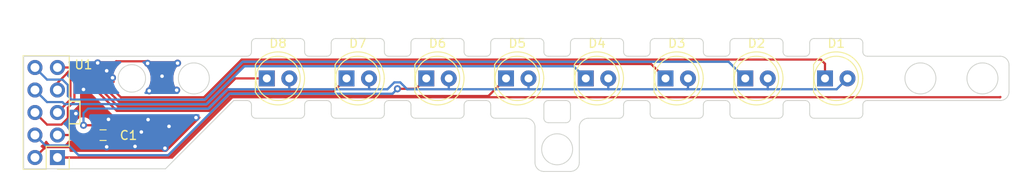
<source format=kicad_pcb>
(kicad_pcb (version 20171130) (host pcbnew "(5.1.6-0-10_14)")

  (general
    (thickness 1.6)
    (drawings 154)
    (tracks 172)
    (zones 0)
    (modules 10)
    (nets 11)
  )

  (page A4)
  (layers
    (0 F.Cu signal)
    (31 B.Cu signal)
    (32 B.Adhes user)
    (33 F.Adhes user)
    (34 B.Paste user)
    (35 F.Paste user)
    (36 B.SilkS user)
    (37 F.SilkS user)
    (38 B.Mask user)
    (39 F.Mask user)
    (40 Dwgs.User user)
    (41 Cmts.User user)
    (42 Eco1.User user)
    (43 Eco2.User user)
    (44 Edge.Cuts user)
    (45 Margin user)
    (46 B.CrtYd user)
    (47 F.CrtYd user)
    (48 B.Fab user)
    (49 F.Fab user)
  )

  (setup
    (last_trace_width 0.25)
    (trace_clearance 0.2)
    (zone_clearance 0.508)
    (zone_45_only no)
    (trace_min 0.2)
    (via_size 0.8)
    (via_drill 0.4)
    (via_min_size 0.4)
    (via_min_drill 0.3)
    (uvia_size 0.3)
    (uvia_drill 0.1)
    (uvias_allowed no)
    (uvia_min_size 0.2)
    (uvia_min_drill 0.1)
    (edge_width 0.1)
    (segment_width 0.2)
    (pcb_text_width 0.3)
    (pcb_text_size 1.5 1.5)
    (mod_edge_width 0.15)
    (mod_text_size 1 1)
    (mod_text_width 0.15)
    (pad_size 1.7 1.7)
    (pad_drill 1)
    (pad_to_mask_clearance 0)
    (aux_axis_origin 0 0)
    (grid_origin 0.5 0.5)
    (visible_elements FFFFFF7F)
    (pcbplotparams
      (layerselection 0x010fc_ffffffff)
      (usegerberextensions true)
      (usegerberattributes false)
      (usegerberadvancedattributes true)
      (creategerberjobfile true)
      (excludeedgelayer true)
      (linewidth 0.100000)
      (plotframeref false)
      (viasonmask false)
      (mode 1)
      (useauxorigin false)
      (hpglpennumber 1)
      (hpglpenspeed 20)
      (hpglpendiameter 15.000000)
      (psnegative false)
      (psa4output false)
      (plotreference true)
      (plotvalue true)
      (plotinvisibletext false)
      (padsonsilk false)
      (subtractmaskfromsilk false)
      (outputformat 1)
      (mirror false)
      (drillshape 0)
      (scaleselection 1)
      (outputdirectory ""))
  )

  (net 0 "")
  (net 1 GND)
  (net 2 VCC)
  (net 3 OUT1)
  (net 4 OUT2)
  (net 5 OUT3)
  (net 6 OUT4)
  (net 7 OUT5)
  (net 8 OUT6)
  (net 9 OUT7)
  (net 10 OUT8)

  (net_class Default "This is the default net class."
    (clearance 0.2)
    (trace_width 0.25)
    (via_dia 0.8)
    (via_drill 0.4)
    (uvia_dia 0.3)
    (uvia_drill 0.1)
    (add_net GND)
    (add_net OUT1)
    (add_net OUT2)
    (add_net OUT3)
    (add_net OUT4)
    (add_net OUT5)
    (add_net OUT6)
    (add_net OUT7)
    (add_net OUT8)
    (add_net VCC)
  )

  (module LEDs:LED_D5.0mm (layer F.Cu) (tedit 5995936A) (tstamp 5EFF066C)
    (at 164.73 113.5)
    (descr "LED, diameter 5.0mm, 2 pins, http://cdn-reichelt.de/documents/datenblatt/A500/LL-504BC2E-009.pdf")
    (tags "LED diameter 5.0mm 2 pins")
    (path /5ECD722C)
    (fp_text reference D1 (at 1.27 -3.96) (layer F.SilkS)
      (effects (font (size 1 1) (thickness 0.15)))
    )
    (fp_text value LED (at 1.27 3.96) (layer F.Fab)
      (effects (font (size 1 1) (thickness 0.15)))
    )
    (fp_line (start 4.5 -3.25) (end -1.95 -3.25) (layer F.CrtYd) (width 0.05))
    (fp_line (start 4.5 3.25) (end 4.5 -3.25) (layer F.CrtYd) (width 0.05))
    (fp_line (start -1.95 3.25) (end 4.5 3.25) (layer F.CrtYd) (width 0.05))
    (fp_line (start -1.95 -3.25) (end -1.95 3.25) (layer F.CrtYd) (width 0.05))
    (fp_line (start -1.29 -1.545) (end -1.29 1.545) (layer F.SilkS) (width 0.12))
    (fp_line (start -1.23 -1.469694) (end -1.23 1.469694) (layer F.Fab) (width 0.1))
    (fp_circle (center 1.27 0) (end 3.77 0) (layer F.SilkS) (width 0.12))
    (fp_circle (center 1.27 0) (end 3.77 0) (layer F.Fab) (width 0.1))
    (fp_arc (start 1.27 0) (end -1.23 -1.469694) (angle 299.1) (layer F.Fab) (width 0.1))
    (fp_arc (start 1.27 0) (end -1.29 -1.54483) (angle 148.9) (layer F.SilkS) (width 0.12))
    (fp_arc (start 1.27 0) (end -1.29 1.54483) (angle -148.9) (layer F.SilkS) (width 0.12))
    (fp_text user %R (at 2.36 -1.44) (layer F.Fab)
      (effects (font (size 0.8 0.8) (thickness 0.2)))
    )
    (pad 1 thru_hole rect (at 0 0) (size 1.8 1.8) (drill 0.9) (layers *.Cu *.Mask)
      (net 3 OUT1))
    (pad 2 thru_hole circle (at 2.54 0) (size 1.8 1.8) (drill 0.9) (layers *.Cu *.Mask)
      (net 2 VCC))
    (model ${KISYS3DMOD}/LEDs.3dshapes/LED_D5.0mm.wrl
      (at (xyz 0 0 0))
      (scale (xyz 0.393701 0.393701 0.393701))
      (rotate (xyz 0 0 0))
    )
    (model :desktop:OVLEW1CB9_OVLGC0C6B9.step.step
      (at (xyz 0 0 0))
      (scale (xyz 1 1 1))
      (rotate (xyz 0 0 0))
    )
  )

  (module LEDs:LED_D5.0mm (layer F.Cu) (tedit 5995936A) (tstamp 5EFF0639)
    (at 155.73 113.5)
    (descr "LED, diameter 5.0mm, 2 pins, http://cdn-reichelt.de/documents/datenblatt/A500/LL-504BC2E-009.pdf")
    (tags "LED diameter 5.0mm 2 pins")
    (path /5ECD7222)
    (fp_text reference D2 (at 1.27 -3.96) (layer F.SilkS)
      (effects (font (size 1 1) (thickness 0.15)))
    )
    (fp_text value LED (at 1.27 3.96) (layer F.Fab)
      (effects (font (size 1 1) (thickness 0.15)))
    )
    (fp_circle (center 1.27 0) (end 3.77 0) (layer F.Fab) (width 0.1))
    (fp_circle (center 1.27 0) (end 3.77 0) (layer F.SilkS) (width 0.12))
    (fp_line (start -1.23 -1.469694) (end -1.23 1.469694) (layer F.Fab) (width 0.1))
    (fp_line (start -1.29 -1.545) (end -1.29 1.545) (layer F.SilkS) (width 0.12))
    (fp_line (start -1.95 -3.25) (end -1.95 3.25) (layer F.CrtYd) (width 0.05))
    (fp_line (start -1.95 3.25) (end 4.5 3.25) (layer F.CrtYd) (width 0.05))
    (fp_line (start 4.5 3.25) (end 4.5 -3.25) (layer F.CrtYd) (width 0.05))
    (fp_line (start 4.5 -3.25) (end -1.95 -3.25) (layer F.CrtYd) (width 0.05))
    (fp_text user %R (at 1.25 0) (layer F.Fab)
      (effects (font (size 0.8 0.8) (thickness 0.2)))
    )
    (fp_arc (start 1.27 0) (end -1.29 1.54483) (angle -148.9) (layer F.SilkS) (width 0.12))
    (fp_arc (start 1.27 0) (end -1.29 -1.54483) (angle 148.9) (layer F.SilkS) (width 0.12))
    (fp_arc (start 1.27 0) (end -1.23 -1.469694) (angle 299.1) (layer F.Fab) (width 0.1))
    (pad 2 thru_hole circle (at 2.54 0) (size 1.8 1.8) (drill 0.9) (layers *.Cu *.Mask)
      (net 2 VCC))
    (pad 1 thru_hole rect (at 0 0) (size 1.8 1.8) (drill 0.9) (layers *.Cu *.Mask)
      (net 4 OUT2))
    (model ${KISYS3DMOD}/LEDs.3dshapes/LED_D5.0mm.wrl
      (at (xyz 0 0 0))
      (scale (xyz 0.393701 0.393701 0.393701))
      (rotate (xyz 0 0 0))
    )
    (model :desktop:OVLEW1CB9_OVLGC0C6B9.step.step
      (at (xyz 0 0 0))
      (scale (xyz 1 1 1))
      (rotate (xyz 0 0 0))
    )
  )

  (module LEDs:LED_D5.0mm (layer F.Cu) (tedit 5995936A) (tstamp 5EFF0606)
    (at 146.73 113.5)
    (descr "LED, diameter 5.0mm, 2 pins, http://cdn-reichelt.de/documents/datenblatt/A500/LL-504BC2E-009.pdf")
    (tags "LED diameter 5.0mm 2 pins")
    (path /5ECD7218)
    (fp_text reference D3 (at 1.27 -3.96) (layer F.SilkS)
      (effects (font (size 1 1) (thickness 0.15)))
    )
    (fp_text value LED (at 1.27 3.96) (layer F.Fab)
      (effects (font (size 1 1) (thickness 0.15)))
    )
    (fp_line (start 4.5 -3.25) (end -1.95 -3.25) (layer F.CrtYd) (width 0.05))
    (fp_line (start 4.5 3.25) (end 4.5 -3.25) (layer F.CrtYd) (width 0.05))
    (fp_line (start -1.95 3.25) (end 4.5 3.25) (layer F.CrtYd) (width 0.05))
    (fp_line (start -1.95 -3.25) (end -1.95 3.25) (layer F.CrtYd) (width 0.05))
    (fp_line (start -1.29 -1.545) (end -1.29 1.545) (layer F.SilkS) (width 0.12))
    (fp_line (start -1.23 -1.469694) (end -1.23 1.469694) (layer F.Fab) (width 0.1))
    (fp_circle (center 1.27 0) (end 3.77 0) (layer F.SilkS) (width 0.12))
    (fp_circle (center 1.27 0) (end 3.77 0) (layer F.Fab) (width 0.1))
    (fp_arc (start 1.27 0) (end -1.23 -1.469694) (angle 299.1) (layer F.Fab) (width 0.1))
    (fp_arc (start 1.27 0) (end -1.29 -1.54483) (angle 148.9) (layer F.SilkS) (width 0.12))
    (fp_arc (start 1.27 0) (end -1.29 1.54483) (angle -148.9) (layer F.SilkS) (width 0.12))
    (fp_text user %R (at 1.25 0) (layer F.Fab)
      (effects (font (size 0.8 0.8) (thickness 0.2)))
    )
    (pad 1 thru_hole rect (at 0 0) (size 1.8 1.8) (drill 0.9) (layers *.Cu *.Mask)
      (net 5 OUT3))
    (pad 2 thru_hole circle (at 2.54 0) (size 1.8 1.8) (drill 0.9) (layers *.Cu *.Mask)
      (net 2 VCC))
    (model ${KISYS3DMOD}/LEDs.3dshapes/LED_D5.0mm.wrl
      (at (xyz 0 0 0))
      (scale (xyz 0.3937 0.3937 0.3937))
      (rotate (xyz 0 0 0))
    )
    (model :desktop:OVLEW1CB9_OVLGC0C6B9.step.step
      (at (xyz 0 0 0))
      (scale (xyz 1 1 1))
      (rotate (xyz 0 0 0))
    )
  )

  (module LEDs:LED_D5.0mm (layer F.Cu) (tedit 5995936A) (tstamp 5EFF05D3)
    (at 137.73 113.5)
    (descr "LED, diameter 5.0mm, 2 pins, http://cdn-reichelt.de/documents/datenblatt/A500/LL-504BC2E-009.pdf")
    (tags "LED diameter 5.0mm 2 pins")
    (path /5ECD720E)
    (fp_text reference D4 (at 1.27 -3.96) (layer F.SilkS)
      (effects (font (size 1 1) (thickness 0.15)))
    )
    (fp_text value LED (at 1.27 3.96) (layer F.Fab)
      (effects (font (size 1 1) (thickness 0.15)))
    )
    (fp_circle (center 1.27 0) (end 3.77 0) (layer F.Fab) (width 0.1))
    (fp_circle (center 1.27 0) (end 3.77 0) (layer F.SilkS) (width 0.12))
    (fp_line (start -1.23 -1.469694) (end -1.23 1.469694) (layer F.Fab) (width 0.1))
    (fp_line (start -1.29 -1.545) (end -1.29 1.545) (layer F.SilkS) (width 0.12))
    (fp_line (start -1.95 -3.25) (end -1.95 3.25) (layer F.CrtYd) (width 0.05))
    (fp_line (start -1.95 3.25) (end 4.5 3.25) (layer F.CrtYd) (width 0.05))
    (fp_line (start 4.5 3.25) (end 4.5 -3.25) (layer F.CrtYd) (width 0.05))
    (fp_line (start 4.5 -3.25) (end -1.95 -3.25) (layer F.CrtYd) (width 0.05))
    (fp_text user %R (at 1.25 0) (layer F.Fab)
      (effects (font (size 0.8 0.8) (thickness 0.2)))
    )
    (fp_arc (start 1.27 0) (end -1.29 1.54483) (angle -148.9) (layer F.SilkS) (width 0.12))
    (fp_arc (start 1.27 0) (end -1.29 -1.54483) (angle 148.9) (layer F.SilkS) (width 0.12))
    (fp_arc (start 1.27 0) (end -1.23 -1.469694) (angle 299.1) (layer F.Fab) (width 0.1))
    (pad 2 thru_hole circle (at 2.54 0) (size 1.8 1.8) (drill 0.9) (layers *.Cu *.Mask)
      (net 2 VCC))
    (pad 1 thru_hole rect (at 0 0) (size 1.8 1.8) (drill 0.9) (layers *.Cu *.Mask)
      (net 6 OUT4))
    (model ${KISYS3DMOD}/LEDs.3dshapes/LED_D5.0mm.wrl
      (at (xyz 0 0 0))
      (scale (xyz 0.393701 0.393701 0.393701))
      (rotate (xyz 0 0 0))
    )
    (model :desktop:OVLEW1CB9_OVLGC0C6B9.step.step
      (at (xyz 0 0 0))
      (scale (xyz 1 1 1))
      (rotate (xyz 0 0 0))
    )
  )

  (module LEDs:LED_D5.0mm (layer F.Cu) (tedit 5995936A) (tstamp 5EFFA656)
    (at 128.73 113.5)
    (descr "LED, diameter 5.0mm, 2 pins, http://cdn-reichelt.de/documents/datenblatt/A500/LL-504BC2E-009.pdf")
    (tags "LED diameter 5.0mm 2 pins")
    (path /5ECD30CB)
    (fp_text reference D5 (at 1.27 -3.96) (layer F.SilkS)
      (effects (font (size 1 1) (thickness 0.15)))
    )
    (fp_text value LED (at 1.27 3.96) (layer F.Fab)
      (effects (font (size 1 1) (thickness 0.15)))
    )
    (fp_line (start 4.5 -3.25) (end -1.95 -3.25) (layer F.CrtYd) (width 0.05))
    (fp_line (start 4.5 3.25) (end 4.5 -3.25) (layer F.CrtYd) (width 0.05))
    (fp_line (start -1.95 3.25) (end 4.5 3.25) (layer F.CrtYd) (width 0.05))
    (fp_line (start -1.95 -3.25) (end -1.95 3.25) (layer F.CrtYd) (width 0.05))
    (fp_line (start -1.29 -1.545) (end -1.29 1.545) (layer F.SilkS) (width 0.12))
    (fp_line (start -1.23 -1.469694) (end -1.23 1.469694) (layer F.Fab) (width 0.1))
    (fp_circle (center 1.27 0) (end 3.77 0) (layer F.SilkS) (width 0.12))
    (fp_circle (center 1.27 0) (end 3.77 0) (layer F.Fab) (width 0.1))
    (fp_arc (start 1.27 0) (end -1.23 -1.469694) (angle 299.1) (layer F.Fab) (width 0.1))
    (fp_arc (start 1.27 0) (end -1.29 -1.54483) (angle 148.9) (layer F.SilkS) (width 0.12))
    (fp_arc (start 1.27 0) (end -1.29 1.54483) (angle -148.9) (layer F.SilkS) (width 0.12))
    (fp_text user %R (at 1.25 0) (layer F.Fab)
      (effects (font (size 0.8 0.8) (thickness 0.2)))
    )
    (pad 1 thru_hole rect (at 0 0) (size 1.8 1.8) (drill 0.9) (layers *.Cu *.Mask)
      (net 7 OUT5))
    (pad 2 thru_hole circle (at 2.54 0) (size 1.8 1.8) (drill 0.9) (layers *.Cu *.Mask)
      (net 2 VCC))
    (model ${KISYS3DMOD}/LEDs.3dshapes/LED_D5.0mm.wrl
      (at (xyz 0 0 0))
      (scale (xyz 0.393701 0.393701 0.393701))
      (rotate (xyz 0 0 0))
    )
    (model :desktop:OVLEW1CB9_OVLGC0C6B9.step.step
      (at (xyz 0 0 0))
      (scale (xyz 1 1 1))
      (rotate (xyz 0 0 0))
    )
  )

  (module LEDs:LED_D5.0mm (layer F.Cu) (tedit 5995936A) (tstamp 5EFFA623)
    (at 119.73 113.5)
    (descr "LED, diameter 5.0mm, 2 pins, http://cdn-reichelt.de/documents/datenblatt/A500/LL-504BC2E-009.pdf")
    (tags "LED diameter 5.0mm 2 pins")
    (path /5ECD2AA7)
    (fp_text reference D6 (at 1.27 -3.96) (layer F.SilkS)
      (effects (font (size 1 1) (thickness 0.15)))
    )
    (fp_text value LED (at 1.27 3.96) (layer F.Fab)
      (effects (font (size 1 1) (thickness 0.15)))
    )
    (fp_circle (center 1.27 0) (end 3.77 0) (layer F.Fab) (width 0.1))
    (fp_circle (center 1.27 0) (end 3.77 0) (layer F.SilkS) (width 0.12))
    (fp_line (start -1.23 -1.469694) (end -1.23 1.469694) (layer F.Fab) (width 0.1))
    (fp_line (start -1.29 -1.545) (end -1.29 1.545) (layer F.SilkS) (width 0.12))
    (fp_line (start -1.95 -3.25) (end -1.95 3.25) (layer F.CrtYd) (width 0.05))
    (fp_line (start -1.95 3.25) (end 4.5 3.25) (layer F.CrtYd) (width 0.05))
    (fp_line (start 4.5 3.25) (end 4.5 -3.25) (layer F.CrtYd) (width 0.05))
    (fp_line (start 4.5 -3.25) (end -1.95 -3.25) (layer F.CrtYd) (width 0.05))
    (fp_text user %R (at 1.25 0) (layer F.Fab)
      (effects (font (size 0.8 0.8) (thickness 0.2)))
    )
    (fp_arc (start 1.27 0) (end -1.29 1.54483) (angle -148.9) (layer F.SilkS) (width 0.12))
    (fp_arc (start 1.27 0) (end -1.29 -1.54483) (angle 148.9) (layer F.SilkS) (width 0.12))
    (fp_arc (start 1.27 0) (end -1.23 -1.469694) (angle 299.1) (layer F.Fab) (width 0.1))
    (pad 2 thru_hole circle (at 2.54 0) (size 1.8 1.8) (drill 0.9) (layers *.Cu *.Mask)
      (net 2 VCC))
    (pad 1 thru_hole rect (at 0 0) (size 1.8 1.8) (drill 0.9) (layers *.Cu *.Mask)
      (net 8 OUT6))
    (model ${KISYS3DMOD}/LEDs.3dshapes/LED_D5.0mm.wrl
      (at (xyz 0 0 0))
      (scale (xyz 0.393701 0.393701 0.393701))
      (rotate (xyz 0 0 0))
    )
    (model :desktop:OVLEW1CB9_OVLGC0C6B9.step.step
      (at (xyz 0 0 0))
      (scale (xyz 1 1 1))
      (rotate (xyz 0 0 0))
    )
  )

  (module LEDs:LED_D5.0mm (layer F.Cu) (tedit 5995936A) (tstamp 5EFFA5F0)
    (at 110.73 113.5)
    (descr "LED, diameter 5.0mm, 2 pins, http://cdn-reichelt.de/documents/datenblatt/A500/LL-504BC2E-009.pdf")
    (tags "LED diameter 5.0mm 2 pins")
    (path /5ECD240F)
    (fp_text reference D7 (at 1.27 -3.96) (layer F.SilkS)
      (effects (font (size 1 1) (thickness 0.15)))
    )
    (fp_text value LED (at 1.27 3.96) (layer F.Fab)
      (effects (font (size 1 1) (thickness 0.15)))
    )
    (fp_line (start 4.5 -3.25) (end -1.95 -3.25) (layer F.CrtYd) (width 0.05))
    (fp_line (start 4.5 3.25) (end 4.5 -3.25) (layer F.CrtYd) (width 0.05))
    (fp_line (start -1.95 3.25) (end 4.5 3.25) (layer F.CrtYd) (width 0.05))
    (fp_line (start -1.95 -3.25) (end -1.95 3.25) (layer F.CrtYd) (width 0.05))
    (fp_line (start -1.29 -1.545) (end -1.29 1.545) (layer F.SilkS) (width 0.12))
    (fp_line (start -1.23 -1.469694) (end -1.23 1.469694) (layer F.Fab) (width 0.1))
    (fp_circle (center 1.27 0) (end 3.77 0) (layer F.SilkS) (width 0.12))
    (fp_circle (center 1.27 0) (end 3.77 0) (layer F.Fab) (width 0.1))
    (fp_arc (start 1.27 0) (end -1.23 -1.469694) (angle 299.1) (layer F.Fab) (width 0.1))
    (fp_arc (start 1.27 0) (end -1.29 -1.54483) (angle 148.9) (layer F.SilkS) (width 0.12))
    (fp_arc (start 1.27 0) (end -1.29 1.54483) (angle -148.9) (layer F.SilkS) (width 0.12))
    (fp_text user %R (at 1.25 0) (layer F.Fab)
      (effects (font (size 0.8 0.8) (thickness 0.2)))
    )
    (pad 1 thru_hole rect (at 0 0) (size 1.8 1.8) (drill 0.9) (layers *.Cu *.Mask)
      (net 9 OUT7))
    (pad 2 thru_hole circle (at 2.54 0) (size 1.8 1.8) (drill 0.9) (layers *.Cu *.Mask)
      (net 2 VCC))
    (model ${KISYS3DMOD}/LEDs.3dshapes/LED_D5.0mm.wrl
      (at (xyz 0 0 0))
      (scale (xyz 0.3937 0.3937 0.3937))
      (rotate (xyz 0 0 0))
    )
    (model :desktop:OVLEW1CB9_OVLGC0C6B9.step.step
      (at (xyz 0 0 0))
      (scale (xyz 1 1 1))
      (rotate (xyz 0 0 0))
    )
  )

  (module LEDs:LED_D5.0mm (layer F.Cu) (tedit 5995936A) (tstamp 5EFFA5BD)
    (at 101.73 113.5)
    (descr "LED, diameter 5.0mm, 2 pins, http://cdn-reichelt.de/documents/datenblatt/A500/LL-504BC2E-009.pdf")
    (tags "LED diameter 5.0mm 2 pins")
    (path /5ECD166D)
    (fp_text reference D8 (at 1.27 -3.96) (layer F.SilkS)
      (effects (font (size 1 1) (thickness 0.15)))
    )
    (fp_text value LED (at 1.27 3.96) (layer F.Fab)
      (effects (font (size 1 1) (thickness 0.15)))
    )
    (fp_circle (center 1.27 0) (end 3.77 0) (layer F.Fab) (width 0.1))
    (fp_circle (center 1.27 0) (end 3.77 0) (layer F.SilkS) (width 0.12))
    (fp_line (start -1.23 -1.469694) (end -1.23 1.469694) (layer F.Fab) (width 0.1))
    (fp_line (start -1.29 -1.545) (end -1.29 1.545) (layer F.SilkS) (width 0.12))
    (fp_line (start -1.95 -3.25) (end -1.95 3.25) (layer F.CrtYd) (width 0.05))
    (fp_line (start -1.95 3.25) (end 4.5 3.25) (layer F.CrtYd) (width 0.05))
    (fp_line (start 4.5 3.25) (end 4.5 -3.25) (layer F.CrtYd) (width 0.05))
    (fp_line (start 4.5 -3.25) (end -1.95 -3.25) (layer F.CrtYd) (width 0.05))
    (fp_text user %R (at 1.25 0) (layer F.Fab)
      (effects (font (size 0.8 0.8) (thickness 0.2)))
    )
    (fp_arc (start 1.27 0) (end -1.29 1.54483) (angle -148.9) (layer F.SilkS) (width 0.12))
    (fp_arc (start 1.27 0) (end -1.29 -1.54483) (angle 148.9) (layer F.SilkS) (width 0.12))
    (fp_arc (start 1.27 0) (end -1.23 -1.469694) (angle 299.1) (layer F.Fab) (width 0.1))
    (pad 2 thru_hole circle (at 2.54 0) (size 1.8 1.8) (drill 0.9) (layers *.Cu *.Mask)
      (net 2 VCC))
    (pad 1 thru_hole rect (at 0 0) (size 1.8 1.8) (drill 0.9) (layers *.Cu *.Mask)
      (net 10 OUT8))
    (model ${KISYS3DMOD}/LEDs.3dshapes/LED_D5.0mm.wrl
      (at (xyz 0 0 0))
      (scale (xyz 0.393701 0.393701 0.393701))
      (rotate (xyz 0 0 0))
    )
    (model :desktop:OVLEW1CB9_OVLGC0C6B9.step.step
      (at (xyz 0 0 0))
      (scale (xyz 1 1 1))
      (rotate (xyz 0 0 0))
    )
  )

  (module Capacitors_SMD:C_0603_HandSoldering (layer F.Cu) (tedit 58AA848B) (tstamp 5EFFD67E)
    (at 83.2532 119.9054)
    (descr "Capacitor SMD 0603, hand soldering")
    (tags "capacitor 0603")
    (path /5ED07E21)
    (attr smd)
    (fp_text reference C1 (at 2.8702 0.0254) (layer F.SilkS)
      (effects (font (size 1 1) (thickness 0.15)))
    )
    (fp_text value C (at 0 1.5) (layer F.Fab)
      (effects (font (size 1 1) (thickness 0.15)))
    )
    (fp_line (start 1.8 0.65) (end -1.8 0.65) (layer F.CrtYd) (width 0.05))
    (fp_line (start 1.8 0.65) (end 1.8 -0.65) (layer F.CrtYd) (width 0.05))
    (fp_line (start -1.8 -0.65) (end -1.8 0.65) (layer F.CrtYd) (width 0.05))
    (fp_line (start -1.8 -0.65) (end 1.8 -0.65) (layer F.CrtYd) (width 0.05))
    (fp_line (start 0.35 0.6) (end -0.35 0.6) (layer F.SilkS) (width 0.12))
    (fp_line (start -0.35 -0.6) (end 0.35 -0.6) (layer F.SilkS) (width 0.12))
    (fp_line (start -0.8 -0.4) (end 0.8 -0.4) (layer F.Fab) (width 0.1))
    (fp_line (start 0.8 -0.4) (end 0.8 0.4) (layer F.Fab) (width 0.1))
    (fp_line (start 0.8 0.4) (end -0.8 0.4) (layer F.Fab) (width 0.1))
    (fp_line (start -0.8 0.4) (end -0.8 -0.4) (layer F.Fab) (width 0.1))
    (fp_text user %R (at 0 -1.25) (layer F.Fab)
      (effects (font (size 1 1) (thickness 0.15)))
    )
    (pad 1 smd rect (at -0.95 0) (size 1.2 0.75) (layers F.Cu F.Paste F.Mask)
      (net 2 VCC))
    (pad 2 smd rect (at 0.95 0) (size 1.2 0.75) (layers F.Cu F.Paste F.Mask)
      (net 1 GND))
    (model Capacitors_SMD.3dshapes/C_0603.wrl
      (at (xyz 0 0 0))
      (scale (xyz 1 1 1))
      (rotate (xyz 0 0 0))
    )
    (model ${KISYS3DMOD}/Capacitor_SMD.3dshapes/C_0603_1608Metric.step
      (at (xyz 0 0 0))
      (scale (xyz 1 1 1))
      (rotate (xyz 0 0 0))
    )
  )

  (module Pin_Headers:Pin_Header_Straight_2x05_Pitch2.54mm (layer F.Cu) (tedit 5F1FD418) (tstamp 5F1FB8CC)
    (at 78.104401 122.43 180)
    (descr "Through hole straight pin header, 2x05, 2.54mm pitch, double rows")
    (tags "Through hole pin header THT 2x05 2.54mm double row")
    (path /5F22415F)
    (fp_text reference U1 (at -2.938999 10.4748) (layer F.SilkS)
      (effects (font (size 1 1) (thickness 0.15)))
    )
    (fp_text value Conn_02x05 (at 1.27 12.49) (layer F.Fab)
      (effects (font (size 1 1) (thickness 0.15)))
    )
    (fp_line (start 0 -1.27) (end 3.81 -1.27) (layer F.Fab) (width 0.1))
    (fp_line (start 3.81 -1.27) (end 3.81 11.43) (layer F.Fab) (width 0.1))
    (fp_line (start 3.81 11.43) (end -1.27 11.43) (layer F.Fab) (width 0.1))
    (fp_line (start -1.27 11.43) (end -1.27 0) (layer F.Fab) (width 0.1))
    (fp_line (start -1.27 0) (end 0 -1.27) (layer F.Fab) (width 0.1))
    (fp_line (start -1.33 11.49) (end 3.87 11.49) (layer F.SilkS) (width 0.12))
    (fp_line (start -1.33 1.27) (end -1.33 11.49) (layer F.SilkS) (width 0.12))
    (fp_line (start 3.87 -1.33) (end 3.87 11.49) (layer F.SilkS) (width 0.12))
    (fp_line (start -1.33 1.27) (end 1.27 1.27) (layer F.SilkS) (width 0.12))
    (fp_line (start 1.27 1.27) (end 1.27 -1.33) (layer F.SilkS) (width 0.12))
    (fp_line (start 1.27 -1.33) (end 3.87 -1.33) (layer F.SilkS) (width 0.12))
    (fp_line (start -1.33 0) (end -1.33 -1.33) (layer F.SilkS) (width 0.12))
    (fp_line (start -1.33 -1.33) (end 0 -1.33) (layer F.SilkS) (width 0.12))
    (fp_line (start -1.8 -1.8) (end -1.8 11.95) (layer F.CrtYd) (width 0.05))
    (fp_line (start -1.8 11.95) (end 4.35 11.95) (layer F.CrtYd) (width 0.05))
    (fp_line (start 4.35 11.95) (end 4.35 -1.8) (layer F.CrtYd) (width 0.05))
    (fp_line (start 4.35 -1.8) (end -1.8 -1.8) (layer F.CrtYd) (width 0.05))
    (fp_text user %R (at 1.27 5.08 90) (layer F.Fab)
      (effects (font (size 1 1) (thickness 0.15)))
    )
    (pad 10 thru_hole oval (at 2.54 10.16 180) (size 1.7 1.7) (drill 1) (layers *.Cu *.Mask)
      (net 4 OUT2))
    (pad 9 thru_hole oval (at 0 10.16 180) (size 1.7 1.7) (drill 1) (layers *.Cu *.Mask)
      (net 3 OUT1))
    (pad 8 thru_hole oval (at 2.54 7.62 180) (size 1.7 1.7) (drill 1) (layers *.Cu *.Mask)
      (net 6 OUT4))
    (pad 7 thru_hole oval (at 0 7.62 180) (size 1.7 1.7) (drill 1) (layers *.Cu *.Mask)
      (net 5 OUT3))
    (pad 6 thru_hole oval (at 2.54 5.08 180) (size 1.7 1.7) (drill 1) (layers *.Cu *.Mask)
      (net 9 OUT7))
    (pad 5 thru_hole oval (at 0 5.08 180) (size 1.7 1.7) (drill 1) (layers *.Cu *.Mask)
      (net 10 OUT8))
    (pad 4 thru_hole oval (at 2.54 2.54 180) (size 1.7 1.7) (drill 1) (layers *.Cu *.Mask)
      (net 8 OUT6))
    (pad 3 thru_hole oval (at 0 2.54 180) (size 1.7 1.7) (drill 1) (layers *.Cu *.Mask)
      (net 2 VCC))
    (pad 2 thru_hole oval (at 2.54 0 180) (size 1.7 1.7) (drill 1) (layers *.Cu *.Mask)
      (net 1 GND))
    (pad 1 thru_hole rect (at 0 0 180) (size 1.7 1.7) (drill 1) (layers *.Cu *.Mask)
      (net 7 OUT5))
    (model ${KISYS3DMOD}/Pin_Headers.3dshapes/Pin_Header_Straight_2x05_Pitch2.54mm.wrl
      (at (xyz 0 0 0))
      (scale (xyz 1 1 1))
      (rotate (xyz 0 0 0))
    )
    (model ":desktop:aitendo-MIL-2x5-cable-edge v1.step"
      (at (xyz 0 0 0))
      (scale (xyz 1 1 1))
      (rotate (xyz 0 0 0))
    )
  )

  (gr_text 111.3x15mm (at 77.5 105.5) (layer Dwgs.User)
    (effects (font (size 1 1) (thickness 0.15)))
  )
  (gr_line (start 133.5 118.5) (end 135.5 118.5) (layer Edge.Cuts) (width 0.1) (tstamp 5F27A9DA))
  (gr_arc (start 131 119) (end 132 119) (angle -90) (layer Edge.Cuts) (width 0.1))
  (gr_arc (start 138 119) (end 138 118) (angle -90) (layer Edge.Cuts) (width 0.1))
  (gr_line (start 135.5 116) (end 133.5 116) (layer Edge.Cuts) (width 0.1) (tstamp 5F27A9C5))
  (gr_line (start 144.5 116) (end 142.5 116) (layer Edge.Cuts) (width 0.1) (tstamp 5F27A9C4))
  (gr_line (start 153.5 116) (end 151.5 116) (layer Edge.Cuts) (width 0.1) (tstamp 5F27A9C3))
  (gr_line (start 162.5 116) (end 160.5 116) (layer Edge.Cuts) (width 0.1) (tstamp 5F27A9C2))
  (gr_line (start 184.5 111) (end 169.5 111) (layer Edge.Cuts) (width 0.1) (tstamp 5F27A9BE))
  (gr_line (start 160.5 111) (end 162.5 111) (layer Edge.Cuts) (width 0.1) (tstamp 5F27A9BD))
  (gr_line (start 151.5 111) (end 153.5 111) (layer Edge.Cuts) (width 0.1) (tstamp 5F27A9BC))
  (gr_line (start 142.5 111) (end 144.5 111) (layer Edge.Cuts) (width 0.1) (tstamp 5F27A9BB))
  (gr_line (start 133.5 111) (end 135.5 111) (layer Edge.Cuts) (width 0.1) (tstamp 5F27A9BA))
  (gr_line (start 124.5 111) (end 126.5 111) (layer Edge.Cuts) (width 0.1) (tstamp 5F27A9B9))
  (gr_line (start 115.5 111) (end 117.5 111) (layer Edge.Cuts) (width 0.1) (tstamp 5F27A9B8))
  (gr_line (start 106.5 111) (end 108.5 111) (layer Edge.Cuts) (width 0.1) (tstamp 5F27A9B7))
  (gr_line (start 124.5 116) (end 126.5 116) (layer Edge.Cuts) (width 0.1) (tstamp 5F27A9B6))
  (gr_line (start 115.5 116) (end 117.5 116) (layer Edge.Cuts) (width 0.1) (tstamp 5F27A9B5))
  (gr_line (start 106.5 116) (end 108.5 116) (layer Edge.Cuts) (width 0.1) (tstamp 5F27A9B4))
  (gr_arc (start 163.5 117.5) (end 163 117.5) (angle -90) (layer Edge.Cuts) (width 0.1) (tstamp 5F27A9A6))
  (gr_arc (start 162.5 116.5) (end 163 116.5) (angle -90) (layer Edge.Cuts) (width 0.1) (tstamp 5F27A9A5))
  (gr_line (start 163 116.5) (end 163 117.5) (layer Edge.Cuts) (width 0.1) (tstamp 5F27A9A4))
  (gr_line (start 168.5 118) (end 163.5 118) (layer Edge.Cuts) (width 0.1) (tstamp 5F27A9A3))
  (gr_line (start 169 117.5) (end 169 116.5) (layer Edge.Cuts) (width 0.1) (tstamp 5F27A9A2))
  (gr_arc (start 168.5 117.5) (end 168.5 118) (angle -90) (layer Edge.Cuts) (width 0.1) (tstamp 5F27A9A1))
  (gr_arc (start 169.5 116.5) (end 169.5 116) (angle -90) (layer Edge.Cuts) (width 0.1) (tstamp 5F27A9A0))
  (gr_line (start 154 116.5) (end 154 117.5) (layer Edge.Cuts) (width 0.1) (tstamp 5F27A998))
  (gr_arc (start 153.5 116.5) (end 154 116.5) (angle -90) (layer Edge.Cuts) (width 0.1) (tstamp 5F27A997))
  (gr_arc (start 159.5 117.5) (end 159.5 118) (angle -90) (layer Edge.Cuts) (width 0.1) (tstamp 5F27A996))
  (gr_arc (start 160.5 116.5) (end 160.5 116) (angle -90) (layer Edge.Cuts) (width 0.1) (tstamp 5F27A995))
  (gr_line (start 160 117.5) (end 160 116.5) (layer Edge.Cuts) (width 0.1) (tstamp 5F27A994))
  (gr_arc (start 154.5 117.5) (end 154 117.5) (angle -90) (layer Edge.Cuts) (width 0.1) (tstamp 5F27A993))
  (gr_line (start 159.5 118) (end 154.5 118) (layer Edge.Cuts) (width 0.1) (tstamp 5F27A992))
  (gr_line (start 150.5 118) (end 145.5 118) (layer Edge.Cuts) (width 0.1) (tstamp 5F27A98A))
  (gr_line (start 145 116.5) (end 145 117.5) (layer Edge.Cuts) (width 0.1) (tstamp 5F27A989))
  (gr_arc (start 150.5 117.5) (end 150.5 118) (angle -90) (layer Edge.Cuts) (width 0.1) (tstamp 5F27A988))
  (gr_arc (start 151.5 116.5) (end 151.5 116) (angle -90) (layer Edge.Cuts) (width 0.1) (tstamp 5F27A987))
  (gr_arc (start 144.5 116.5) (end 145 116.5) (angle -90) (layer Edge.Cuts) (width 0.1) (tstamp 5F27A986))
  (gr_line (start 151 117.5) (end 151 116.5) (layer Edge.Cuts) (width 0.1) (tstamp 5F27A985))
  (gr_arc (start 145.5 117.5) (end 145 117.5) (angle -90) (layer Edge.Cuts) (width 0.1) (tstamp 5F27A984))
  (gr_line (start 142 117.5) (end 142 116.5) (layer Edge.Cuts) (width 0.1) (tstamp 5F27A97C))
  (gr_arc (start 142.5 116.5) (end 142.5 116) (angle -90) (layer Edge.Cuts) (width 0.1) (tstamp 5F27A97B))
  (gr_arc (start 135.5 116.5) (end 136 116.5) (angle -90) (layer Edge.Cuts) (width 0.1) (tstamp 5F27A97A))
  (gr_line (start 136 116.5) (end 136 118) (layer Edge.Cuts) (width 0.1) (tstamp 5F27A979))
  (gr_arc (start 141.5 117.5) (end 141.5 118) (angle -90) (layer Edge.Cuts) (width 0.1) (tstamp 5F27A978))
  (gr_arc (start 133.5 118) (end 133 118) (angle -90) (layer Edge.Cuts) (width 0.1) (tstamp 5F27A977))
  (gr_line (start 141.5 118) (end 138 118) (layer Edge.Cuts) (width 0.1) (tstamp 5F27A976))
  (gr_line (start 133 118) (end 133 116.5) (layer Edge.Cuts) (width 0.1) (tstamp 5F27A96E))
  (gr_line (start 131 118) (end 127.5 118) (layer Edge.Cuts) (width 0.1) (tstamp 5F27A96D))
  (gr_arc (start 135.5 118) (end 135.5 118.5) (angle -90) (layer Edge.Cuts) (width 0.1) (tstamp 5F27A96C))
  (gr_arc (start 127.5 117.5) (end 127 117.5) (angle -90) (layer Edge.Cuts) (width 0.1) (tstamp 5F27A96B))
  (gr_arc (start 126.5 116.5) (end 127 116.5) (angle -90) (layer Edge.Cuts) (width 0.1) (tstamp 5F27A96A))
  (gr_line (start 127 116.5) (end 127 117.5) (layer Edge.Cuts) (width 0.1) (tstamp 5F27A969))
  (gr_arc (start 133.5 116.5) (end 133.5 116) (angle -90) (layer Edge.Cuts) (width 0.1) (tstamp 5F27A968))
  (gr_arc (start 117.5 116.5) (end 118 116.5) (angle -90) (layer Edge.Cuts) (width 0.1) (tstamp 5F27A960))
  (gr_arc (start 123.5 117.5) (end 123.5 118) (angle -90) (layer Edge.Cuts) (width 0.1) (tstamp 5F27A95F))
  (gr_line (start 118 116.5) (end 118 117.5) (layer Edge.Cuts) (width 0.1) (tstamp 5F27A95E))
  (gr_line (start 123.5 118) (end 118.5 118) (layer Edge.Cuts) (width 0.1) (tstamp 5F27A95D))
  (gr_arc (start 124.5 116.5) (end 124.5 116) (angle -90) (layer Edge.Cuts) (width 0.1) (tstamp 5F27A95C))
  (gr_arc (start 118.5 117.5) (end 118 117.5) (angle -90) (layer Edge.Cuts) (width 0.1) (tstamp 5F27A95B))
  (gr_line (start 124 117.5) (end 124 116.5) (layer Edge.Cuts) (width 0.1) (tstamp 5F27A95A))
  (gr_line (start 109 116.5) (end 109 117.5) (layer Edge.Cuts) (width 0.1) (tstamp 5F27A952))
  (gr_arc (start 108.5 116.5) (end 109 116.5) (angle -90) (layer Edge.Cuts) (width 0.1) (tstamp 5F27A951))
  (gr_line (start 114.5 118) (end 109.5 118) (layer Edge.Cuts) (width 0.1) (tstamp 5F27A950))
  (gr_arc (start 115.5 116.5) (end 115.5 116) (angle -90) (layer Edge.Cuts) (width 0.1) (tstamp 5F27A94F))
  (gr_arc (start 109.5 117.5) (end 109 117.5) (angle -90) (layer Edge.Cuts) (width 0.1) (tstamp 5F27A94E))
  (gr_arc (start 114.5 117.5) (end 114.5 118) (angle -90) (layer Edge.Cuts) (width 0.1) (tstamp 5F27A94D))
  (gr_line (start 115 117.5) (end 115 116.5) (layer Edge.Cuts) (width 0.1) (tstamp 5F27A94C))
  (gr_line (start 100 116.5) (end 100 117.5) (layer Edge.Cuts) (width 0.1) (tstamp 5F27A936))
  (gr_line (start 106 117.5) (end 106 116.5) (layer Edge.Cuts) (width 0.1) (tstamp 5F27A935))
  (gr_arc (start 99.5 116.5) (end 100 116.5) (angle -90) (layer Edge.Cuts) (width 0.1) (tstamp 5F27A934))
  (gr_arc (start 106.5 116.5) (end 106.5 116) (angle -90) (layer Edge.Cuts) (width 0.1) (tstamp 5F27A933))
  (gr_line (start 105.5 118) (end 100.5 118) (layer Edge.Cuts) (width 0.1) (tstamp 5F27A932))
  (gr_arc (start 105.5 117.5) (end 105.5 118) (angle -90) (layer Edge.Cuts) (width 0.1) (tstamp 5F27A931))
  (gr_arc (start 100.5 117.5) (end 100 117.5) (angle -90) (layer Edge.Cuts) (width 0.1) (tstamp 5F27A930))
  (gr_line (start 163.5 109) (end 168.5 109) (layer Edge.Cuts) (width 0.1) (tstamp 5F27A928))
  (gr_arc (start 163.5 109.5) (end 163.5 109) (angle -90) (layer Edge.Cuts) (width 0.1) (tstamp 5F27A927))
  (gr_arc (start 168.5 109.5) (end 169 109.5) (angle -90) (layer Edge.Cuts) (width 0.1) (tstamp 5F27A926))
  (gr_arc (start 162.5 110.5) (end 162.5 111) (angle -90) (layer Edge.Cuts) (width 0.1) (tstamp 5F27A925))
  (gr_arc (start 169.5 110.5) (end 169 110.5) (angle -90) (layer Edge.Cuts) (width 0.1) (tstamp 5F27A924))
  (gr_line (start 169 110.5) (end 169 109.5) (layer Edge.Cuts) (width 0.1) (tstamp 5F27A923))
  (gr_line (start 163 109.5) (end 163 110.5) (layer Edge.Cuts) (width 0.1) (tstamp 5F27A922))
  (gr_arc (start 154.5 109.5) (end 154.5 109) (angle -90) (layer Edge.Cuts) (width 0.1) (tstamp 5F27A91A))
  (gr_line (start 154.5 109) (end 159.5 109) (layer Edge.Cuts) (width 0.1) (tstamp 5F27A919))
  (gr_arc (start 160.5 110.5) (end 160 110.5) (angle -90) (layer Edge.Cuts) (width 0.1) (tstamp 5F27A918))
  (gr_arc (start 159.5 109.5) (end 160 109.5) (angle -90) (layer Edge.Cuts) (width 0.1) (tstamp 5F27A917))
  (gr_arc (start 153.5 110.5) (end 153.5 111) (angle -90) (layer Edge.Cuts) (width 0.1) (tstamp 5F27A916))
  (gr_line (start 160 110.5) (end 160 109.5) (layer Edge.Cuts) (width 0.1) (tstamp 5F27A915))
  (gr_line (start 154 109.5) (end 154 110.5) (layer Edge.Cuts) (width 0.1) (tstamp 5F27A914))
  (gr_line (start 151 110.5) (end 151 109.5) (layer Edge.Cuts) (width 0.1) (tstamp 5F27A90C))
  (gr_line (start 145.5 109) (end 150.5 109) (layer Edge.Cuts) (width 0.1) (tstamp 5F27A90B))
  (gr_arc (start 145.5 109.5) (end 145.5 109) (angle -90) (layer Edge.Cuts) (width 0.1) (tstamp 5F27A90A))
  (gr_line (start 145 109.5) (end 145 110.5) (layer Edge.Cuts) (width 0.1) (tstamp 5F27A909))
  (gr_arc (start 151.5 110.5) (end 151 110.5) (angle -90) (layer Edge.Cuts) (width 0.1) (tstamp 5F27A908))
  (gr_arc (start 144.5 110.5) (end 144.5 111) (angle -90) (layer Edge.Cuts) (width 0.1) (tstamp 5F27A907))
  (gr_arc (start 150.5 109.5) (end 151 109.5) (angle -90) (layer Edge.Cuts) (width 0.1) (tstamp 5F27A906))
  (gr_line (start 136.5 109) (end 141.5 109) (layer Edge.Cuts) (width 0.1) (tstamp 5F27A8FE))
  (gr_line (start 142 110.5) (end 142 109.5) (layer Edge.Cuts) (width 0.1) (tstamp 5F27A8FD))
  (gr_arc (start 142.5 110.5) (end 142 110.5) (angle -90) (layer Edge.Cuts) (width 0.1) (tstamp 5F27A8FC))
  (gr_line (start 136 109.5) (end 136 110.5) (layer Edge.Cuts) (width 0.1) (tstamp 5F27A8FB))
  (gr_arc (start 135.5 110.5) (end 135.5 111) (angle -90) (layer Edge.Cuts) (width 0.1) (tstamp 5F27A8FA))
  (gr_arc (start 136.5 109.5) (end 136.5 109) (angle -90) (layer Edge.Cuts) (width 0.1) (tstamp 5F27A8F9))
  (gr_arc (start 141.5 109.5) (end 142 109.5) (angle -90) (layer Edge.Cuts) (width 0.1) (tstamp 5F27A8F8))
  (gr_line (start 133 110.5) (end 133 109.5) (layer Edge.Cuts) (width 0.1) (tstamp 5F27A8F0))
  (gr_line (start 127.5 109) (end 132.5 109) (layer Edge.Cuts) (width 0.1) (tstamp 5F27A8EF))
  (gr_arc (start 133.5 110.5) (end 133 110.5) (angle -90) (layer Edge.Cuts) (width 0.1) (tstamp 5F27A8EE))
  (gr_line (start 127 109.5) (end 127 110.5) (layer Edge.Cuts) (width 0.1) (tstamp 5F27A8ED))
  (gr_arc (start 126.5 110.5) (end 126.5 111) (angle -90) (layer Edge.Cuts) (width 0.1) (tstamp 5F27A8EC))
  (gr_arc (start 132.5 109.5) (end 133 109.5) (angle -90) (layer Edge.Cuts) (width 0.1) (tstamp 5F27A8EB))
  (gr_arc (start 127.5 109.5) (end 127.5 109) (angle -90) (layer Edge.Cuts) (width 0.1) (tstamp 5F27A8EA))
  (gr_arc (start 118.5 109.5) (end 118.5 109) (angle -90) (layer Edge.Cuts) (width 0.1) (tstamp 5F27A8E2))
  (gr_line (start 118 109.5) (end 118 110.5) (layer Edge.Cuts) (width 0.1) (tstamp 5F27A8E1))
  (gr_arc (start 117.5 110.5) (end 117.5 111) (angle -90) (layer Edge.Cuts) (width 0.1) (tstamp 5F27A8E0))
  (gr_arc (start 123.5 109.5) (end 124 109.5) (angle -90) (layer Edge.Cuts) (width 0.1) (tstamp 5F27A8DF))
  (gr_line (start 118.5 109) (end 123.5 109) (layer Edge.Cuts) (width 0.1) (tstamp 5F27A8DE))
  (gr_line (start 124 110.5) (end 124 109.5) (layer Edge.Cuts) (width 0.1) (tstamp 5F27A8DD))
  (gr_arc (start 124.5 110.5) (end 124 110.5) (angle -90) (layer Edge.Cuts) (width 0.1) (tstamp 5F27A8DC))
  (gr_arc (start 109.5 109.5) (end 109.5 109) (angle -90) (layer Edge.Cuts) (width 0.1) (tstamp 5F27A8D4))
  (gr_line (start 109 109.5) (end 109 110.5) (layer Edge.Cuts) (width 0.1) (tstamp 5F27A8D3))
  (gr_arc (start 108.5 110.5) (end 108.5 111) (angle -90) (layer Edge.Cuts) (width 0.1) (tstamp 5F27A8D2))
  (gr_arc (start 114.5 109.5) (end 115 109.5) (angle -90) (layer Edge.Cuts) (width 0.1) (tstamp 5F27A8D1))
  (gr_arc (start 115.5 110.5) (end 115 110.5) (angle -90) (layer Edge.Cuts) (width 0.1) (tstamp 5F27A8D0))
  (gr_line (start 115 110.5) (end 115 109.5) (layer Edge.Cuts) (width 0.1) (tstamp 5F27A8CF))
  (gr_line (start 109.5 109) (end 114.5 109) (layer Edge.Cuts) (width 0.1) (tstamp 5F27A8CE))
  (gr_line (start 100.5 109) (end 105.5 109) (layer Edge.Cuts) (width 0.1) (tstamp 5F27A8BB))
  (gr_arc (start 105.5 109.5) (end 106 109.5) (angle -90) (layer Edge.Cuts) (width 0.1))
  (gr_arc (start 100.5 109.5) (end 100.5 109) (angle -90) (layer Edge.Cuts) (width 0.1))
  (gr_arc (start 106.5 110.5) (end 106 110.5) (angle -90) (layer Edge.Cuts) (width 0.1))
  (gr_arc (start 99.5 110.5) (end 99.5 111) (angle -90) (layer Edge.Cuts) (width 0.1))
  (gr_line (start 100 109.5) (end 100 110.5) (layer Edge.Cuts) (width 0.1))
  (gr_line (start 106 110.5) (end 106 109.5) (layer Edge.Cuts) (width 0.1))
  (gr_line (start 184.5 116) (end 169.5 116) (layer Edge.Cuts) (width 0.1) (tstamp 5F227B9F))
  (gr_arc (start 133 123) (end 132 123) (angle -90) (layer Edge.Cuts) (width 0.1))
  (gr_arc (start 136 123) (end 136 124) (angle -90) (layer Edge.Cuts) (width 0.1))
  (gr_line (start 133 124) (end 136 124) (layer Edge.Cuts) (width 0.1))
  (gr_line (start 132 119) (end 132 123) (layer Edge.Cuts) (width 0.1))
  (gr_line (start 137 123) (end 137 119) (layer Edge.Cuts) (width 0.1))
  (gr_circle (center 134.5 121.5) (end 136.25 121.5) (layer Edge.Cuts) (width 0.1) (tstamp 5F227AF3))
  (gr_line (start 80.644401 118.62) (end 79.4512 118.62) (layer F.SilkS) (width 0.15) (tstamp 5F20DEE1))
  (gr_line (start 80.644401 116.08) (end 80.644401 118.62) (layer F.SilkS) (width 0.15) (tstamp 5F20DEE4))
  (gr_line (start 79.4512 116.08) (end 80.644401 116.08) (layer F.SilkS) (width 0.15) (tstamp 5F20DEDE))
  (gr_circle (center 182.5 113.5) (end 184.25 113.5) (layer Edge.Cuts) (width 0.1) (tstamp 5F152C8D))
  (gr_circle (center 86.5 113.5) (end 88.05 113.5) (layer Edge.Cuts) (width 0.1) (tstamp 5F152C6C))
  (gr_circle (center 93.5 113.5) (end 95.25 113.5) (layer Edge.Cuts) (width 0.1) (tstamp 5F152C4A))
  (gr_circle (center 175.5 113.5) (end 177.25 113.5) (layer Edge.Cuts) (width 0.1) (tstamp 5EFFDFA8))
  (gr_arc (start 184.5 112) (end 185.5 112) (angle -90) (layer Edge.Cuts) (width 0.1))
  (gr_arc (start 184.5 115) (end 184.5 116) (angle -90) (layer Edge.Cuts) (width 0.1))
  (gr_line (start 99.5 116) (end 98 116) (layer Edge.Cuts) (width 0.1))
  (gr_line (start 185.5 112) (end 185.5 115) (layer Edge.Cuts) (width 0.1))
  (gr_line (start 74.294401 111) (end 99.5 111) (layer Edge.Cuts) (width 0.1) (tstamp 5F1F8C0F))
  (gr_line (start 90.3 123.7) (end 98 116) (layer Edge.Cuts) (width 0.1) (tstamp 5EFFD35A))
  (gr_line (start 74.294401 123.7) (end 90.3 123.7) (layer Edge.Cuts) (width 0.1))
  (gr_line (start 74.294401 111) (end 74.294401 123.7) (layer Edge.Cuts) (width 0.1))
  (gr_circle (center 134.5 113.5) (end 135.059017 113.5) (layer Dwgs.User) (width 0.2) (tstamp 5EFFA3EA))

  (via (at 83.8628 118.1274) (size 0.8) (drill 0.4) (layers F.Cu B.Cu) (net 1))
  (segment (start 76.739402 121.254999) (end 75.564401 122.43) (width 0.25) (layer F.Cu) (net 1))
  (via (at 81.0434 114.7492) (size 0.8) (drill 0.4) (layers F.Cu B.Cu) (net 1) (tstamp 5F1FCA16))
  (via (at 83.6596 112.641) (size 0.8) (drill 0.4) (layers F.Cu B.Cu) (net 1) (tstamp 5F1FCA18))
  (via (at 89.908 113.2506) (size 0.8) (drill 0.4) (layers F.Cu B.Cu) (net 1) (tstamp 5F1FCA1A))
  (via (at 93.7434 117.9242) (size 0.8) (drill 0.4) (layers F.Cu B.Cu) (net 1) (tstamp 5F1FCA20))
  (via (at 90.2382 121.3786) (size 0.8) (drill 0.4) (layers F.Cu B.Cu) (net 1) (tstamp 5F1FCA22))
  (via (at 83.6596 121.2262) (size 0.8) (drill 0.4) (layers F.Cu B.Cu) (net 1) (tstamp 5F1FCA24))
  (via (at 87.5712 119.5498) (size 0.8) (drill 0.4) (layers F.Cu B.Cu) (net 1) (tstamp 5F1FCA26))
  (via (at 88.4602 114.9016) (size 0.8) (drill 0.4) (layers F.Cu B.Cu) (net 1) (tstamp 5F1FCA37))
  (via (at 88.2824 111.8028) (size 0.8) (drill 0.4) (layers F.Cu B.Cu) (net 1) (tstamp 5F1FCA3A))
  (via (at 91.6606 111.7774) (size 0.8) (drill 0.4) (layers F.Cu B.Cu) (net 1) (tstamp 5F1FCA49))
  (via (at 91.559 114.8254) (size 0.8) (drill 0.4) (layers F.Cu B.Cu) (net 1) (tstamp 5F1FCA4B))
  (via (at 84.32 113.4284) (size 0.8) (drill 0.4) (layers F.Cu B.Cu) (net 1) (tstamp 5F1FCA4D))
  (via (at 82.6436 111.752) (size 0.8) (drill 0.4) (layers F.Cu B.Cu) (net 1) (tstamp 5F1FCA4F))
  (via (at 90.6954 118.9148) (size 0.8) (drill 0.4) (layers F.Cu B.Cu) (net 1) (tstamp 5F1FCA54))
  (via (at 88.3332 118.1528) (size 0.8) (drill 0.4) (layers F.Cu B.Cu) (net 1) (tstamp 5F1FCA58))
  (via (at 86.86 121.1754) (size 0.8) (drill 0.4) (layers F.Cu B.Cu) (net 1) (tstamp 5F1FCA5A))
  (via (at 80.1798 117.467) (size 0.8) (drill 0.4) (layers F.Cu B.Cu) (net 1) (tstamp 5F1FCA73))
  (segment (start 83.8628 118.1274) (end 83.8628 119.0012) (width 0.25) (layer F.Cu) (net 1))
  (segment (start 83.2024 117.467) (end 83.8628 118.1274) (width 0.25) (layer F.Cu) (net 1))
  (segment (start 80.1798 117.467) (end 83.2024 117.467) (width 0.25) (layer F.Cu) (net 1))
  (segment (start 81.0434 116.6034) (end 81.0434 114.7492) (width 0.25) (layer F.Cu) (net 1))
  (segment (start 80.1798 117.467) (end 81.0434 116.6034) (width 0.25) (layer F.Cu) (net 1))
  (segment (start 83.6596 113.0982) (end 84.447 113.8856) (width 0.25) (layer F.Cu) (net 1))
  (segment (start 83.6596 112.641) (end 83.6596 113.0982) (width 0.25) (layer F.Cu) (net 1))
  (segment (start 83.1516 112.641) (end 83.6596 112.641) (width 0.25) (layer B.Cu) (net 1))
  (segment (start 81.0434 114.7492) (end 83.1516 112.641) (width 0.25) (layer B.Cu) (net 1))
  (segment (start 83.3548 121.4802) (end 83.304 121.531) (width 0.25) (layer F.Cu) (net 1))
  (segment (start 86.9616 121.4802) (end 83.3548 121.4802) (width 0.25) (layer F.Cu) (net 1))
  (segment (start 86.9616 120.1594) (end 87.5712 119.5498) (width 0.25) (layer F.Cu) (net 1))
  (segment (start 86.9616 121.4802) (end 86.9616 120.1594) (width 0.25) (layer F.Cu) (net 1))
  (segment (start 90.2382 119.372) (end 90.6954 118.9148) (width 0.25) (layer F.Cu) (net 1))
  (segment (start 90.2382 121.3786) (end 90.2382 119.372) (width 0.25) (layer F.Cu) (net 1))
  (segment (start 91.686 117.9242) (end 90.6954 118.9148) (width 0.25) (layer F.Cu) (net 1))
  (segment (start 93.7434 117.9242) (end 91.686 117.9242) (width 0.25) (layer F.Cu) (net 1))
  (segment (start 89.6032 117.8226) (end 90.6954 118.9148) (width 0.25) (layer F.Cu) (net 1))
  (segment (start 88.6126 117.8226) (end 89.6032 117.8226) (width 0.25) (layer F.Cu) (net 1))
  (segment (start 87.5712 118.864) (end 88.6126 117.8226) (width 0.25) (layer F.Cu) (net 1))
  (segment (start 87.5712 119.5498) (end 87.5712 118.864) (width 0.25) (layer F.Cu) (net 1))
  (segment (start 88.4602 111.8028) (end 89.908 113.2506) (width 0.25) (layer F.Cu) (net 1))
  (segment (start 88.2824 111.8028) (end 88.4602 111.8028) (width 0.25) (layer F.Cu) (net 1))
  (segment (start 89.908 113.4538) (end 88.4602 114.9016) (width 0.25) (layer F.Cu) (net 1))
  (segment (start 89.908 113.2506) (end 89.908 113.4538) (width 0.25) (layer F.Cu) (net 1))
  (segment (start 91.4828 114.8254) (end 89.908 113.2506) (width 0.25) (layer F.Cu) (net 1))
  (segment (start 91.559 114.8254) (end 91.4828 114.8254) (width 0.25) (layer F.Cu) (net 1))
  (segment (start 90.1874 113.2506) (end 91.6606 111.7774) (width 0.25) (layer F.Cu) (net 1))
  (segment (start 89.908 113.2506) (end 90.1874 113.2506) (width 0.25) (layer F.Cu) (net 1))
  (segment (start 84.729423 111.571177) (end 83.6596 112.641) (width 0.25) (layer F.Cu) (net 1))
  (segment (start 88.050777 111.571177) (end 84.729423 111.571177) (width 0.25) (layer F.Cu) (net 1))
  (segment (start 88.2824 111.8028) (end 88.050777 111.571177) (width 0.25) (layer F.Cu) (net 1))
  (segment (start 84.2032 119.9054) (end 84.0152 119.9054) (width 0.25) (layer F.Cu) (net 1))
  (segment (start 83.8628 119.753) (end 83.8628 119.0012) (width 0.25) (layer F.Cu) (net 1))
  (segment (start 84.0152 119.9054) (end 83.8628 119.753) (width 0.25) (layer F.Cu) (net 1))
  (segment (start 83.863202 119.9054) (end 84.2032 119.9054) (width 0.25) (layer F.Cu) (net 1))
  (segment (start 76.739402 121.254999) (end 82.513603 121.254999) (width 0.25) (layer F.Cu) (net 1))
  (segment (start 83.304 121.531) (end 82.770801 120.997801) (width 0.25) (layer F.Cu) (net 1))
  (segment (start 82.770801 120.997801) (end 83.863202 119.9054) (width 0.25) (layer F.Cu) (net 1))
  (segment (start 82.513603 121.254999) (end 82.770801 120.997801) (width 0.25) (layer F.Cu) (net 1))
  (segment (start 83.1516 112.26) (end 83.1516 112.641) (width 0.25) (layer B.Cu) (net 1))
  (segment (start 82.6436 111.752) (end 83.1516 112.26) (width 0.25) (layer B.Cu) (net 1))
  (via (at 81.0434 118.7878) (size 0.8) (drill 0.4) (layers F.Cu B.Cu) (net 2))
  (segment (start 166.044999 114.725001) (end 167.27 113.5) (width 0.25) (layer B.Cu) (net 2))
  (segment (start 158.27 114.709) (end 158.286001 114.725001) (width 0.25) (layer B.Cu) (net 2))
  (segment (start 158.27 113.5) (end 158.27 114.709) (width 0.25) (layer B.Cu) (net 2))
  (segment (start 158.286001 114.725001) (end 166.044999 114.725001) (width 0.25) (layer B.Cu) (net 2))
  (segment (start 149.27 114.597002) (end 149.142001 114.725001) (width 0.25) (layer B.Cu) (net 2))
  (segment (start 149.27 113.5) (end 149.27 114.597002) (width 0.25) (layer B.Cu) (net 2))
  (segment (start 149.142001 114.725001) (end 158.286001 114.725001) (width 0.25) (layer B.Cu) (net 2))
  (segment (start 131.27 114.635402) (end 131.359599 114.725001) (width 0.25) (layer B.Cu) (net 2))
  (segment (start 131.27 113.5) (end 131.27 114.635402) (width 0.25) (layer B.Cu) (net 2))
  (segment (start 122.27 114.6754) (end 122.319601 114.725001) (width 0.25) (layer B.Cu) (net 2))
  (segment (start 122.27 113.5) (end 122.27 114.6754) (width 0.25) (layer B.Cu) (net 2))
  (segment (start 122.319601 114.725001) (end 131.359599 114.725001) (width 0.25) (layer B.Cu) (net 2))
  (segment (start 113.27 114.593202) (end 113.401799 114.725001) (width 0.25) (layer B.Cu) (net 2))
  (segment (start 113.27 113.5) (end 113.27 114.593202) (width 0.25) (layer B.Cu) (net 2))
  (segment (start 104.27 113.5) (end 104.27 114.6332) (width 0.25) (layer B.Cu) (net 2))
  (segment (start 104.361801 114.725001) (end 113.401799 114.725001) (width 0.25) (layer B.Cu) (net 2))
  (segment (start 104.27 114.6332) (end 104.361801 114.725001) (width 0.25) (layer B.Cu) (net 2))
  (segment (start 113.401799 114.725001) (end 115.351397 114.725001) (width 0.25) (layer B.Cu) (net 2))
  (segment (start 116.128399 113.947999) (end 116.792799 113.947999) (width 0.25) (layer B.Cu) (net 2))
  (segment (start 115.351397 114.725001) (end 116.128399 113.947999) (width 0.25) (layer B.Cu) (net 2))
  (segment (start 117.569801 114.725001) (end 122.319601 114.725001) (width 0.25) (layer B.Cu) (net 2))
  (segment (start 116.792799 113.947999) (end 117.569801 114.725001) (width 0.25) (layer B.Cu) (net 2))
  (segment (start 140.27 114.6922) (end 140.302801 114.725001) (width 0.25) (layer B.Cu) (net 2))
  (segment (start 140.27 113.5) (end 140.27 114.6922) (width 0.25) (layer B.Cu) (net 2))
  (segment (start 140.302801 114.725001) (end 149.142001 114.725001) (width 0.25) (layer B.Cu) (net 2))
  (segment (start 131.359599 114.725001) (end 140.302801 114.725001) (width 0.25) (layer B.Cu) (net 2))
  (segment (start 81.0586 118.803) (end 81.0434 118.7878) (width 0.25) (layer F.Cu) (net 2))
  (segment (start 81.0434 117.4162) (end 81.0434 118.7878) (width 0.25) (layer B.Cu) (net 2))
  (segment (start 81.5514 116.9082) (end 81.0434 117.4162) (width 0.25) (layer B.Cu) (net 2))
  (segment (start 95.1404 116.9082) (end 81.5514 116.9082) (width 0.25) (layer B.Cu) (net 2))
  (segment (start 97.323599 114.725001) (end 95.1404 116.9082) (width 0.25) (layer B.Cu) (net 2))
  (segment (start 104.361801 114.725001) (end 97.323599 114.725001) (width 0.25) (layer B.Cu) (net 2))
  (segment (start 82.2878 119.89) (end 82.3032 119.9054) (width 0.25) (layer F.Cu) (net 2))
  (segment (start 78.104401 119.89) (end 82.2878 119.89) (width 0.25) (layer F.Cu) (net 2))
  (segment (start 81.0434 118.7878) (end 82.0721 118.7878) (width 0.25) (layer F.Cu) (net 2))
  (segment (start 82.3032 119.0189) (end 82.3032 119.9054) (width 0.25) (layer F.Cu) (net 2))
  (segment (start 82.0721 118.7878) (end 82.3032 119.0189) (width 0.25) (layer F.Cu) (net 2))
  (segment (start 164.73 111.8472) (end 164.73 113.5) (width 0.25) (layer F.Cu) (net 3))
  (segment (start 164.25781 111.37501) (end 164.73 111.8472) (width 0.25) (layer F.Cu) (net 3))
  (segment (start 98.89559 111.37501) (end 164.25781 111.37501) (width 0.25) (layer F.Cu) (net 3))
  (segment (start 94.641223 115.629377) (end 98.89559 111.37501) (width 0.25) (layer F.Cu) (net 3))
  (segment (start 85.250977 115.629377) (end 94.641223 115.629377) (width 0.25) (layer F.Cu) (net 3))
  (segment (start 81.8916 112.27) (end 85.250977 115.629377) (width 0.25) (layer F.Cu) (net 3))
  (segment (start 78.104401 112.27) (end 81.8916 112.27) (width 0.25) (layer F.Cu) (net 3))
  (segment (start 78.668402 113.634999) (end 76.9294 113.634999) (width 0.25) (layer B.Cu) (net 4))
  (segment (start 79.279402 114.245999) (end 78.668402 113.634999) (width 0.25) (layer B.Cu) (net 4))
  (segment (start 79.279402 115.474402) (end 79.279402 114.245999) (width 0.25) (layer B.Cu) (net 4))
  (segment (start 79.6972 115.8922) (end 79.279402 115.474402) (width 0.25) (layer B.Cu) (net 4))
  (segment (start 94.734 115.8922) (end 79.6972 115.8922) (width 0.25) (layer B.Cu) (net 4))
  (segment (start 99.0012 111.625) (end 94.734 115.8922) (width 0.25) (layer B.Cu) (net 4))
  (segment (start 153.855 111.625) (end 99.0012 111.625) (width 0.25) (layer B.Cu) (net 4))
  (segment (start 76.9294 113.634999) (end 75.564401 112.27) (width 0.25) (layer B.Cu) (net 4))
  (segment (start 155.73 113.5) (end 153.855 111.625) (width 0.25) (layer B.Cu) (net 4))
  (segment (start 145.109 111.879) (end 146.73 113.5) (width 0.25) (layer F.Cu) (net 5))
  (segment (start 99.1028 111.879) (end 145.109 111.879) (width 0.25) (layer F.Cu) (net 5))
  (segment (start 94.8356 116.1462) (end 99.1028 111.879) (width 0.25) (layer F.Cu) (net 5))
  (segment (start 79.36419 112.72001) (end 81.63041 112.72001) (width 0.25) (layer F.Cu) (net 5))
  (segment (start 85.0566 116.1462) (end 94.8356 116.1462) (width 0.25) (layer F.Cu) (net 5))
  (segment (start 79.167603 112.9458) (end 79.167603 112.916597) (width 0.25) (layer F.Cu) (net 5))
  (segment (start 78.104401 114.009002) (end 79.167603 112.9458) (width 0.25) (layer F.Cu) (net 5))
  (segment (start 81.63041 112.72001) (end 85.0566 116.1462) (width 0.25) (layer F.Cu) (net 5))
  (segment (start 79.167603 112.916597) (end 79.36419 112.72001) (width 0.25) (layer F.Cu) (net 5))
  (segment (start 78.104401 114.81) (end 78.104401 114.009002) (width 0.25) (layer F.Cu) (net 5))
  (segment (start 76.739402 115.985001) (end 75.564401 114.81) (width 0.25) (layer B.Cu) (net 6))
  (segment (start 78.665003 116.1716) (end 76.926001 116.1716) (width 0.25) (layer B.Cu) (net 6))
  (segment (start 76.926001 116.1716) (end 76.739402 115.985001) (width 0.25) (layer B.Cu) (net 6))
  (segment (start 99.2044 112.133) (end 94.9372 116.4002) (width 0.25) (layer B.Cu) (net 6))
  (segment (start 94.9372 116.4002) (end 78.893603 116.4002) (width 0.25) (layer B.Cu) (net 6))
  (segment (start 136.363 112.133) (end 99.2044 112.133) (width 0.25) (layer B.Cu) (net 6))
  (segment (start 78.893603 116.4002) (end 78.665003 116.1716) (width 0.25) (layer B.Cu) (net 6))
  (segment (start 137.73 113.5) (end 136.363 112.133) (width 0.25) (layer B.Cu) (net 6))
  (segment (start 126.7442 115.4858) (end 128.73 113.5) (width 0.25) (layer F.Cu) (net 7))
  (segment (start 97.6296 115.4858) (end 126.7442 115.4858) (width 0.25) (layer F.Cu) (net 7))
  (segment (start 90.6854 122.43) (end 97.6296 115.4858) (width 0.25) (layer F.Cu) (net 7))
  (segment (start 78.104401 122.43) (end 90.6854 122.43) (width 0.25) (layer F.Cu) (net 7))
  (segment (start 184.494129 115.62499) (end 184.52489 115.594229) (width 0.25) (layer F.Cu) (net 7))
  (segment (start 97.844666 115.62499) (end 184.494129 115.62499) (width 0.25) (layer F.Cu) (net 7))
  (segment (start 91.039656 122.43) (end 97.844666 115.62499) (width 0.25) (layer F.Cu) (net 7))
  (segment (start 78.104401 122.43) (end 91.039656 122.43) (width 0.25) (layer F.Cu) (net 7))
  (via (at 116.4764 114.673) (size 0.8) (drill 0.4) (layers F.Cu B.Cu) (net 8))
  (segment (start 118.557 114.673) (end 119.73 113.5) (width 0.25) (layer F.Cu) (net 8))
  (segment (start 116.4764 114.673) (end 118.557 114.673) (width 0.25) (layer F.Cu) (net 8))
  (segment (start 115.9176 115.2318) (end 116.4764 114.673) (width 0.25) (layer B.Cu) (net 8))
  (segment (start 97.528 115.2318) (end 115.9176 115.2318) (width 0.25) (layer B.Cu) (net 8))
  (segment (start 90.5938 122.166) (end 97.528 115.2318) (width 0.25) (layer B.Cu) (net 8))
  (segment (start 80.4846 122.166) (end 90.5938 122.166) (width 0.25) (layer B.Cu) (net 8))
  (segment (start 76.739402 121.065001) (end 79.383601 121.065001) (width 0.25) (layer B.Cu) (net 8))
  (segment (start 79.383601 121.065001) (end 80.4846 122.166) (width 0.25) (layer B.Cu) (net 8))
  (segment (start 75.564401 119.89) (end 76.739402 121.065001) (width 0.25) (layer B.Cu) (net 8))
  (segment (start 78.550801 118.714999) (end 76.9294 118.714999) (width 0.25) (layer F.Cu) (net 9))
  (segment (start 76.9294 118.714999) (end 75.564401 117.35) (width 0.25) (layer F.Cu) (net 9))
  (segment (start 79.279402 117.986398) (end 78.550801 118.714999) (width 0.25) (layer F.Cu) (net 9))
  (segment (start 109.2522 114.9778) (end 97.4264 114.9778) (width 0.25) (layer F.Cu) (net 9))
  (segment (start 97.4264 114.9778) (end 95.242 117.1622) (width 0.25) (layer F.Cu) (net 9))
  (segment (start 110.73 113.5) (end 109.2522 114.9778) (width 0.25) (layer F.Cu) (net 9))
  (segment (start 79.279402 116.811409) (end 80.02021 116.070601) (width 0.25) (layer F.Cu) (net 9))
  (segment (start 79.279402 117.986398) (end 79.279402 116.811409) (width 0.25) (layer F.Cu) (net 9))
  (segment (start 80.02021 113.86739) (end 80.26757 113.62003) (width 0.25) (layer F.Cu) (net 9))
  (segment (start 80.02021 116.070601) (end 80.02021 113.86739) (width 0.25) (layer F.Cu) (net 9))
  (segment (start 80.26757 113.62003) (end 81.25761 113.62003) (width 0.25) (layer F.Cu) (net 9))
  (segment (start 81.25761 113.62003) (end 84.79978 117.1622) (width 0.25) (layer F.Cu) (net 9))
  (segment (start 84.79978 117.1622) (end 95.242 117.1622) (width 0.25) (layer F.Cu) (net 9))
  (segment (start 98.193 113.5) (end 95.0388 116.6542) (width 0.25) (layer F.Cu) (net 10))
  (segment (start 101.73 113.5) (end 98.193 113.5) (width 0.25) (layer F.Cu) (net 10))
  (segment (start 78.104401 117.35) (end 79.5702 115.884201) (width 0.25) (layer F.Cu) (net 10))
  (segment (start 79.5702 113.657) (end 80.05718 113.17002) (width 0.25) (layer F.Cu) (net 10))
  (segment (start 79.5702 115.884201) (end 79.5702 113.657) (width 0.25) (layer F.Cu) (net 10))
  (segment (start 84.92819 116.6542) (end 95.0388 116.6542) (width 0.25) (layer F.Cu) (net 10))
  (segment (start 81.44401 113.17002) (end 84.92819 116.6542) (width 0.25) (layer F.Cu) (net 10))
  (segment (start 80.05718 113.17002) (end 81.44401 113.17002) (width 0.25) (layer F.Cu) (net 10))

  (zone (net 1) (net_name GND) (layer F.Cu) (tstamp 5F31F30A) (hatch edge 0.508)
    (connect_pads (clearance 0.508))
    (min_thickness 0.254)
    (fill yes (arc_segments 32) (thermal_gap 0.508) (thermal_bridge_width 0.508))
    (polygon
      (pts
        (xy 185.92 124.96) (xy 72.89 124.96) (xy 72.985 108) (xy 186.015 108)
      )
    )
    (filled_polygon
      (pts
        (xy 75.691401 122.303) (xy 75.711401 122.303) (xy 75.711401 122.557) (xy 75.691401 122.557) (xy 75.691401 122.577)
        (xy 75.437401 122.577) (xy 75.437401 122.557) (xy 75.417401 122.557) (xy 75.417401 122.303) (xy 75.437401 122.303)
        (xy 75.437401 122.283) (xy 75.691401 122.283)
      )
    )
    (filled_polygon
      (pts
        (xy 84.235981 117.673203) (xy 84.259779 117.702201) (xy 84.375504 117.797174) (xy 84.507533 117.867746) (xy 84.650794 117.911203)
        (xy 84.762447 117.9222) (xy 84.762457 117.9222) (xy 84.79978 117.925876) (xy 84.837103 117.9222) (xy 94.118398 117.9222)
        (xy 90.370599 121.67) (xy 79.592473 121.67) (xy 79.592473 121.58) (xy 79.580213 121.455518) (xy 79.543903 121.33582)
        (xy 79.484938 121.225506) (xy 79.405586 121.128815) (xy 79.308895 121.049463) (xy 79.198581 120.990498) (xy 79.126021 120.968487)
        (xy 79.257876 120.836632) (xy 79.382579 120.65) (xy 81.18506 120.65) (xy 81.252015 120.731585) (xy 81.348706 120.810937)
        (xy 81.45902 120.869902) (xy 81.578718 120.906212) (xy 81.7032 120.918472) (xy 82.9032 120.918472) (xy 83.027682 120.906212)
        (xy 83.14738 120.869902) (xy 83.2532 120.813339) (xy 83.35902 120.869902) (xy 83.478718 120.906212) (xy 83.6032 120.918472)
        (xy 83.91745 120.9154) (xy 84.0762 120.75665) (xy 84.0762 120.0324) (xy 84.3302 120.0324) (xy 84.3302 120.75665)
        (xy 84.48895 120.9154) (xy 84.8032 120.918472) (xy 84.927682 120.906212) (xy 85.04738 120.869902) (xy 85.157694 120.810937)
        (xy 85.254385 120.731585) (xy 85.333737 120.634894) (xy 85.392702 120.52458) (xy 85.429012 120.404882) (xy 85.441272 120.2804)
        (xy 85.4382 120.19115) (xy 85.27945 120.0324) (xy 84.3302 120.0324) (xy 84.0762 120.0324) (xy 84.0562 120.0324)
        (xy 84.0562 119.7784) (xy 84.0762 119.7784) (xy 84.0762 119.05415) (xy 84.3302 119.05415) (xy 84.3302 119.7784)
        (xy 85.27945 119.7784) (xy 85.4382 119.61965) (xy 85.441272 119.5304) (xy 85.429012 119.405918) (xy 85.392702 119.28622)
        (xy 85.333737 119.175906) (xy 85.254385 119.079215) (xy 85.157694 118.999863) (xy 85.04738 118.940898) (xy 84.927682 118.904588)
        (xy 84.8032 118.892328) (xy 84.48895 118.8954) (xy 84.3302 119.05415) (xy 84.0762 119.05415) (xy 83.91745 118.8954)
        (xy 83.6032 118.892328) (xy 83.478718 118.904588) (xy 83.35902 118.940898) (xy 83.2532 118.997461) (xy 83.14738 118.940898)
        (xy 83.056478 118.913323) (xy 83.052203 118.869914) (xy 83.008746 118.726653) (xy 82.938174 118.594624) (xy 82.843201 118.478899)
        (xy 82.814198 118.455097) (xy 82.635904 118.276803) (xy 82.612101 118.247799) (xy 82.496376 118.152826) (xy 82.364347 118.082254)
        (xy 82.221086 118.038797) (xy 82.109433 118.0278) (xy 82.109422 118.0278) (xy 82.0721 118.024124) (xy 82.034778 118.0278)
        (xy 81.747111 118.0278) (xy 81.703174 117.983863) (xy 81.533656 117.870595) (xy 81.345298 117.792574) (xy 81.145339 117.7528)
        (xy 80.941461 117.7528) (xy 80.741502 117.792574) (xy 80.553144 117.870595) (xy 80.383626 117.983863) (xy 80.239463 118.128026)
        (xy 80.126195 118.297544) (xy 80.048174 118.485902) (xy 80.0084 118.685861) (xy 80.0084 118.889739) (xy 80.048174 119.089698)
        (xy 80.064868 119.13) (xy 79.382579 119.13) (xy 79.313695 119.026907) (xy 79.790411 118.550192) (xy 79.819403 118.526399)
        (xy 79.843197 118.497406) (xy 79.843201 118.497402) (xy 79.901213 118.426713) (xy 79.914376 118.410674) (xy 79.984948 118.278645)
        (xy 80.028405 118.135384) (xy 80.039402 118.023731) (xy 80.039402 118.023722) (xy 80.043078 117.986399) (xy 80.039402 117.949076)
        (xy 80.039402 117.12621) (xy 80.531214 116.634399) (xy 80.560211 116.610602) (xy 80.655184 116.494877) (xy 80.725756 116.362848)
        (xy 80.769213 116.219587) (xy 80.78021 116.107934) (xy 80.78021 116.107926) (xy 80.783886 116.070601) (xy 80.78021 116.033276)
        (xy 80.78021 114.38003) (xy 80.942809 114.38003)
      )
    )
    (filled_polygon
      (pts
        (xy 76.950926 120.836632) (xy 77.082781 120.968487) (xy 77.010221 120.990498) (xy 76.899907 121.049463) (xy 76.803216 121.128815)
        (xy 76.723864 121.225506) (xy 76.664899 121.33582) (xy 76.641903 121.411626) (xy 76.445756 121.234822) (xy 76.328867 121.165195)
        (xy 76.511033 121.043475) (xy 76.717876 120.836632) (xy 76.834401 120.66224)
      )
    )
    (filled_polygon
      (pts
        (xy 91.602259 111.942564) (xy 91.334883 112.342721) (xy 91.150711 112.787351) (xy 91.056821 113.259368) (xy 91.056821 113.740632)
        (xy 91.150711 114.212649) (xy 91.334883 114.657279) (xy 91.476602 114.869377) (xy 88.284018 114.869377) (xy 88.488732 114.563)
        (xy 88.6579 114.154592) (xy 88.744142 113.721029) (xy 88.744142 113.278971) (xy 88.6579 112.845408) (xy 88.488732 112.437)
        (xy 88.243139 112.069443) (xy 87.930557 111.756861) (xy 87.823009 111.685) (xy 91.859823 111.685)
      )
    )
    (filled_polygon
      (pts
        (xy 85.069443 111.756861) (xy 84.756861 112.069443) (xy 84.511268 112.437) (xy 84.3421 112.845408) (xy 84.255858 113.278971)
        (xy 84.255858 113.559456) (xy 82.455404 111.759003) (xy 82.431601 111.729999) (xy 82.37677 111.685) (xy 85.176991 111.685)
      )
    )
  )
  (zone (net 1) (net_name GND) (layer B.Cu) (tstamp 5F31F307) (hatch edge 0.508)
    (connect_pads (clearance 0.508))
    (min_thickness 0.254)
    (fill yes (arc_segments 32) (thermal_gap 0.508) (thermal_bridge_width 0.508))
    (polygon
      (pts
        (xy 187.19 126.23) (xy 71.62 126.23) (xy 71.62 107) (xy 187.19 107)
      )
    )
    (filled_polygon
      (pts
        (xy 75.691401 122.303) (xy 75.711401 122.303) (xy 75.711401 122.557) (xy 75.691401 122.557) (xy 75.691401 122.577)
        (xy 75.437401 122.577) (xy 75.437401 122.557) (xy 75.417401 122.557) (xy 75.417401 122.303) (xy 75.437401 122.303)
        (xy 75.437401 122.283) (xy 75.691401 122.283)
      )
    )
    (filled_polygon
      (pts
        (xy 80.294397 117.267215) (xy 80.2834 117.378868) (xy 80.2834 117.378878) (xy 80.279724 117.4162) (xy 80.2834 117.453523)
        (xy 80.2834 118.084089) (xy 80.239463 118.128026) (xy 80.126195 118.297544) (xy 80.048174 118.485902) (xy 80.0084 118.685861)
        (xy 80.0084 118.889739) (xy 80.048174 119.089698) (xy 80.126195 119.278056) (xy 80.239463 119.447574) (xy 80.383626 119.591737)
        (xy 80.553144 119.705005) (xy 80.741502 119.783026) (xy 80.941461 119.8228) (xy 81.145339 119.8228) (xy 81.345298 119.783026)
        (xy 81.533656 119.705005) (xy 81.703174 119.591737) (xy 81.847337 119.447574) (xy 81.960605 119.278056) (xy 82.038626 119.089698)
        (xy 82.0784 118.889739) (xy 82.0784 118.685861) (xy 82.038626 118.485902) (xy 81.960605 118.297544) (xy 81.847337 118.128026)
        (xy 81.8034 118.084089) (xy 81.8034 117.731001) (xy 81.866202 117.6682) (xy 94.016798 117.6682) (xy 90.278999 121.406)
        (xy 80.799402 121.406) (xy 79.947405 120.554003) (xy 79.923602 120.525) (xy 79.807877 120.430027) (xy 79.675848 120.359455)
        (xy 79.533691 120.316333) (xy 79.589401 120.03626) (xy 79.589401 119.74374) (xy 79.532333 119.456842) (xy 79.420391 119.186589)
        (xy 79.257876 118.943368) (xy 79.051033 118.736525) (xy 78.876641 118.62) (xy 79.051033 118.503475) (xy 79.257876 118.296632)
        (xy 79.420391 118.053411) (xy 79.532333 117.783158) (xy 79.589401 117.49626) (xy 79.589401 117.20374) (xy 79.58074 117.1602)
        (xy 80.326859 117.1602)
      )
    )
    (filled_polygon
      (pts
        (xy 91.602259 111.942564) (xy 91.334883 112.342721) (xy 91.150711 112.787351) (xy 91.056821 113.259368) (xy 91.056821 113.740632)
        (xy 91.150711 114.212649) (xy 91.334883 114.657279) (xy 91.602259 115.057436) (xy 91.677023 115.1322) (xy 88.041496 115.1322)
        (xy 88.243139 114.930557) (xy 88.488732 114.563) (xy 88.6579 114.154592) (xy 88.744142 113.721029) (xy 88.744142 113.278971)
        (xy 88.6579 112.845408) (xy 88.488732 112.437) (xy 88.243139 112.069443) (xy 87.930557 111.756861) (xy 87.823009 111.685)
        (xy 91.859823 111.685)
      )
    )
    (filled_polygon
      (pts
        (xy 85.069443 111.756861) (xy 84.756861 112.069443) (xy 84.511268 112.437) (xy 84.3421 112.845408) (xy 84.255858 113.278971)
        (xy 84.255858 113.721029) (xy 84.3421 114.154592) (xy 84.511268 114.563) (xy 84.756861 114.930557) (xy 84.958504 115.1322)
        (xy 80.039402 115.1322) (xy 80.039402 114.283321) (xy 80.043078 114.245998) (xy 80.039402 114.208675) (xy 80.039402 114.208666)
        (xy 80.028405 114.097013) (xy 79.984948 113.953752) (xy 79.914376 113.821723) (xy 79.883405 113.783985) (xy 79.843201 113.734995)
        (xy 79.843197 113.734991) (xy 79.819403 113.705998) (xy 79.79041 113.682204) (xy 79.284697 113.176492) (xy 79.420391 112.973411)
        (xy 79.532333 112.703158) (xy 79.589401 112.41626) (xy 79.589401 112.12374) (xy 79.532333 111.836842) (xy 79.469438 111.685)
        (xy 85.176991 111.685)
      )
    )
  )
)

</source>
